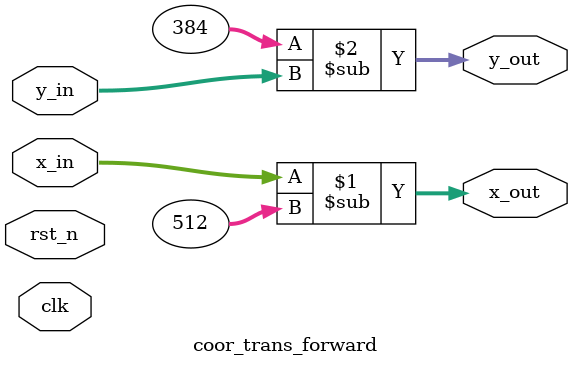
<source format=v>
`timescale 1ns / 1ps

module	coor_trans_forward
#(
	parameter	IMAGE_W	=	1024,
	parameter	IMAGE_H	=	768	

)
(	
	input					clk,
	input					rst_n,
	
	input	signed	[31:0]	x_in,
	input	signed	[31:0]	y_in,

	output	signed	[31:0]	x_out,
	output	signed	[31:0]	y_out

);

assign	x_out	=	x_in		-	(IMAGE_W>>1);
assign	y_out	=	(IMAGE_H>>1)	-	y_in;

endmodule


</source>
